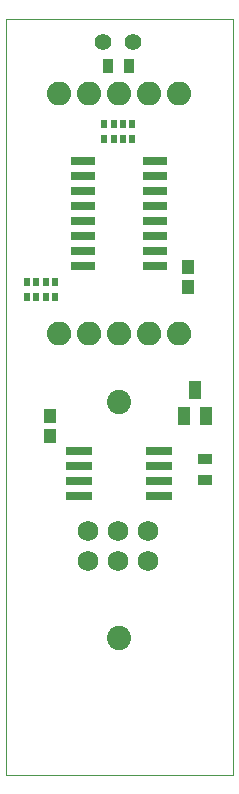
<source format=gbs>
G75*
%MOIN*%
%OFA0B0*%
%FSLAX25Y25*%
%IPPOS*%
%LPD*%
%AMOC8*
5,1,8,0,0,1.08239X$1,22.5*
%
%ADD10C,0.00000*%
%ADD11C,0.08077*%
%ADD12R,0.04337X0.04731*%
%ADD13C,0.05550*%
%ADD14C,0.00500*%
%ADD15R,0.08400X0.03000*%
%ADD16C,0.06800*%
%ADD17R,0.04337X0.05912*%
%ADD18R,0.02369X0.02959*%
%ADD19R,0.05124X0.03550*%
%ADD20R,0.03550X0.05124*%
%ADD21R,0.09100X0.02800*%
D10*
X0007386Y0001800D02*
X0007386Y0253769D01*
X0083173Y0253769D01*
X0083173Y0001800D01*
X0007386Y0001800D01*
D11*
X0045103Y0047351D03*
X0045103Y0126091D03*
D12*
X0068055Y0164398D03*
X0068055Y0171091D03*
X0022189Y0121446D03*
X0022189Y0114753D03*
D13*
X0039945Y0246328D03*
X0049945Y0246328D03*
D14*
X0045915Y0232586D02*
X0046602Y0232380D01*
X0047236Y0232043D01*
X0047792Y0231590D01*
X0048248Y0231036D01*
X0048588Y0230405D01*
X0048798Y0229719D01*
X0048871Y0229005D01*
X0048793Y0228293D01*
X0048578Y0227611D01*
X0048233Y0226984D01*
X0047773Y0226435D01*
X0047215Y0225988D01*
X0046580Y0225657D01*
X0045894Y0225457D01*
X0045181Y0225395D01*
X0044473Y0225458D01*
X0043791Y0225657D01*
X0043161Y0225986D01*
X0042607Y0226432D01*
X0042151Y0226977D01*
X0041810Y0227600D01*
X0041597Y0228278D01*
X0041521Y0228985D01*
X0041592Y0229702D01*
X0041802Y0230391D01*
X0042143Y0231026D01*
X0042601Y0231582D01*
X0043158Y0232038D01*
X0043794Y0232377D01*
X0044484Y0232585D01*
X0045201Y0232655D01*
X0045915Y0232586D01*
X0045660Y0232611D02*
X0044748Y0232611D01*
X0043297Y0232112D02*
X0047106Y0232112D01*
X0047762Y0231614D02*
X0042639Y0231614D01*
X0042217Y0231115D02*
X0048183Y0231115D01*
X0048474Y0230617D02*
X0041923Y0230617D01*
X0041719Y0230118D02*
X0048676Y0230118D01*
X0048808Y0229620D02*
X0041584Y0229620D01*
X0041534Y0229121D02*
X0048859Y0229121D01*
X0048829Y0228623D02*
X0041560Y0228623D01*
X0041645Y0228124D02*
X0048739Y0228124D01*
X0048582Y0227626D02*
X0041802Y0227626D01*
X0042069Y0227127D02*
X0048312Y0227127D01*
X0047935Y0226629D02*
X0042442Y0226629D01*
X0042982Y0226130D02*
X0047393Y0226130D01*
X0046492Y0225632D02*
X0043878Y0225632D01*
X0038578Y0227611D02*
X0038793Y0228293D01*
X0038871Y0229005D01*
X0038798Y0229719D01*
X0038588Y0230405D01*
X0038248Y0231036D01*
X0037792Y0231590D01*
X0037236Y0232043D01*
X0036602Y0232380D01*
X0035915Y0232586D01*
X0035201Y0232655D01*
X0034484Y0232585D01*
X0033794Y0232377D01*
X0033158Y0232038D01*
X0032601Y0231582D01*
X0032143Y0231026D01*
X0031802Y0230391D01*
X0031592Y0229702D01*
X0031521Y0228985D01*
X0031597Y0228278D01*
X0031810Y0227600D01*
X0032151Y0226977D01*
X0032607Y0226432D01*
X0033161Y0225986D01*
X0033791Y0225657D01*
X0034473Y0225458D01*
X0035181Y0225395D01*
X0035894Y0225457D01*
X0036580Y0225657D01*
X0037215Y0225988D01*
X0037773Y0226435D01*
X0038233Y0226984D01*
X0038578Y0227611D01*
X0038582Y0227626D02*
X0031802Y0227626D01*
X0031645Y0228124D02*
X0038739Y0228124D01*
X0038829Y0228623D02*
X0031560Y0228623D01*
X0031534Y0229121D02*
X0038859Y0229121D01*
X0038808Y0229620D02*
X0031584Y0229620D01*
X0031719Y0230118D02*
X0038676Y0230118D01*
X0038474Y0230617D02*
X0031923Y0230617D01*
X0032217Y0231115D02*
X0038183Y0231115D01*
X0037762Y0231614D02*
X0032639Y0231614D01*
X0033297Y0232112D02*
X0037106Y0232112D01*
X0035660Y0232611D02*
X0034748Y0232611D01*
X0032069Y0227127D02*
X0038312Y0227127D01*
X0037935Y0226629D02*
X0032442Y0226629D01*
X0032982Y0226130D02*
X0037393Y0226130D01*
X0036492Y0225632D02*
X0033878Y0225632D01*
X0028793Y0228293D02*
X0028871Y0229005D01*
X0028798Y0229719D01*
X0028588Y0230405D01*
X0028248Y0231036D01*
X0027792Y0231590D01*
X0027236Y0232043D01*
X0026602Y0232380D01*
X0025915Y0232586D01*
X0025201Y0232655D01*
X0024484Y0232585D01*
X0023794Y0232377D01*
X0023158Y0232038D01*
X0022601Y0231582D01*
X0022143Y0231026D01*
X0021802Y0230391D01*
X0021592Y0229702D01*
X0021521Y0228985D01*
X0021597Y0228278D01*
X0021810Y0227600D01*
X0022151Y0226977D01*
X0022607Y0226432D01*
X0023161Y0225986D01*
X0023791Y0225657D01*
X0024473Y0225458D01*
X0025181Y0225395D01*
X0025894Y0225457D01*
X0026580Y0225657D01*
X0027215Y0225988D01*
X0027773Y0226435D01*
X0028233Y0226984D01*
X0028578Y0227611D01*
X0028793Y0228293D01*
X0028739Y0228124D02*
X0021645Y0228124D01*
X0021560Y0228623D02*
X0028829Y0228623D01*
X0028859Y0229121D02*
X0021534Y0229121D01*
X0021584Y0229620D02*
X0028808Y0229620D01*
X0028676Y0230118D02*
X0021719Y0230118D01*
X0021923Y0230617D02*
X0028474Y0230617D01*
X0028183Y0231115D02*
X0022217Y0231115D01*
X0022639Y0231614D02*
X0027762Y0231614D01*
X0027106Y0232112D02*
X0023297Y0232112D01*
X0021802Y0227626D02*
X0028582Y0227626D01*
X0028312Y0227127D02*
X0022069Y0227127D01*
X0022442Y0226629D02*
X0027935Y0226629D01*
X0027393Y0226130D02*
X0022982Y0226130D01*
X0023878Y0225632D02*
X0026492Y0225632D01*
X0025660Y0232611D02*
X0024748Y0232611D01*
X0051592Y0229702D02*
X0051802Y0230391D01*
X0052143Y0231026D01*
X0052601Y0231582D01*
X0053158Y0232038D01*
X0053794Y0232377D01*
X0054484Y0232585D01*
X0055201Y0232655D01*
X0055915Y0232586D01*
X0056602Y0232380D01*
X0057236Y0232043D01*
X0057792Y0231590D01*
X0058248Y0231036D01*
X0058588Y0230405D01*
X0058798Y0229719D01*
X0058871Y0229005D01*
X0058793Y0228293D01*
X0058578Y0227611D01*
X0058233Y0226984D01*
X0057773Y0226435D01*
X0057215Y0225988D01*
X0056580Y0225657D01*
X0055894Y0225457D01*
X0055181Y0225395D01*
X0054473Y0225458D01*
X0053791Y0225657D01*
X0053161Y0225986D01*
X0052607Y0226432D01*
X0052151Y0226977D01*
X0051810Y0227600D01*
X0051597Y0228278D01*
X0051521Y0228985D01*
X0051592Y0229702D01*
X0051584Y0229620D02*
X0058808Y0229620D01*
X0058859Y0229121D02*
X0051534Y0229121D01*
X0051560Y0228623D02*
X0058829Y0228623D01*
X0058739Y0228124D02*
X0051645Y0228124D01*
X0051802Y0227626D02*
X0058582Y0227626D01*
X0058312Y0227127D02*
X0052069Y0227127D01*
X0052442Y0226629D02*
X0057935Y0226629D01*
X0057393Y0226130D02*
X0052982Y0226130D01*
X0053878Y0225632D02*
X0056492Y0225632D01*
X0058474Y0230617D02*
X0051923Y0230617D01*
X0051719Y0230118D02*
X0058676Y0230118D01*
X0058183Y0231115D02*
X0052217Y0231115D01*
X0052639Y0231614D02*
X0057762Y0231614D01*
X0057106Y0232112D02*
X0053297Y0232112D01*
X0054748Y0232611D02*
X0055660Y0232611D01*
X0061802Y0230391D02*
X0061592Y0229702D01*
X0061521Y0228985D01*
X0061597Y0228278D01*
X0061810Y0227600D01*
X0062151Y0226977D01*
X0062607Y0226432D01*
X0063161Y0225986D01*
X0063791Y0225657D01*
X0064473Y0225458D01*
X0065181Y0225395D01*
X0065894Y0225457D01*
X0066580Y0225657D01*
X0067215Y0225988D01*
X0067773Y0226435D01*
X0068233Y0226984D01*
X0068578Y0227611D01*
X0068793Y0228293D01*
X0068871Y0229005D01*
X0068798Y0229719D01*
X0068588Y0230405D01*
X0068248Y0231036D01*
X0067792Y0231590D01*
X0067236Y0232043D01*
X0066602Y0232380D01*
X0065915Y0232586D01*
X0065201Y0232655D01*
X0064484Y0232585D01*
X0063794Y0232377D01*
X0063158Y0232038D01*
X0062601Y0231582D01*
X0062143Y0231026D01*
X0061802Y0230391D01*
X0061923Y0230617D02*
X0068474Y0230617D01*
X0068676Y0230118D02*
X0061719Y0230118D01*
X0061584Y0229620D02*
X0068808Y0229620D01*
X0068859Y0229121D02*
X0061534Y0229121D01*
X0061560Y0228623D02*
X0068829Y0228623D01*
X0068739Y0228124D02*
X0061645Y0228124D01*
X0061802Y0227626D02*
X0068582Y0227626D01*
X0068312Y0227127D02*
X0062069Y0227127D01*
X0062442Y0226629D02*
X0067935Y0226629D01*
X0067393Y0226130D02*
X0062982Y0226130D01*
X0063878Y0225632D02*
X0066492Y0225632D01*
X0068183Y0231115D02*
X0062217Y0231115D01*
X0062639Y0231614D02*
X0067762Y0231614D01*
X0067106Y0232112D02*
X0063297Y0232112D01*
X0064748Y0232611D02*
X0065660Y0232611D01*
X0065201Y0152655D02*
X0064484Y0152585D01*
X0063794Y0152377D01*
X0063158Y0152038D01*
X0062601Y0151582D01*
X0062143Y0151026D01*
X0061802Y0150391D01*
X0061592Y0149702D01*
X0061521Y0148985D01*
X0061597Y0148278D01*
X0061810Y0147600D01*
X0062151Y0146977D01*
X0062607Y0146432D01*
X0063161Y0145986D01*
X0063791Y0145657D01*
X0064473Y0145458D01*
X0065181Y0145395D01*
X0065894Y0145457D01*
X0066580Y0145657D01*
X0067215Y0145988D01*
X0067773Y0146435D01*
X0068233Y0146984D01*
X0068578Y0147611D01*
X0068793Y0148293D01*
X0068871Y0149005D01*
X0068798Y0149719D01*
X0068588Y0150405D01*
X0068248Y0151036D01*
X0067792Y0151590D01*
X0067236Y0152043D01*
X0066602Y0152380D01*
X0065915Y0152586D01*
X0065201Y0152655D01*
X0063744Y0152350D02*
X0066658Y0152350D01*
X0067470Y0151852D02*
X0062931Y0151852D01*
X0062413Y0151353D02*
X0067987Y0151353D01*
X0068346Y0150855D02*
X0062051Y0150855D01*
X0061792Y0150356D02*
X0068603Y0150356D01*
X0068756Y0149858D02*
X0061640Y0149858D01*
X0061558Y0149359D02*
X0068835Y0149359D01*
X0068855Y0148861D02*
X0061534Y0148861D01*
X0061588Y0148362D02*
X0068800Y0148362D01*
X0068657Y0147864D02*
X0061727Y0147864D01*
X0061938Y0147365D02*
X0068443Y0147365D01*
X0068135Y0146867D02*
X0062243Y0146867D01*
X0062686Y0146368D02*
X0067690Y0146368D01*
X0066989Y0145870D02*
X0063384Y0145870D01*
X0058578Y0147611D02*
X0058793Y0148293D01*
X0058871Y0149005D01*
X0058798Y0149719D01*
X0058588Y0150405D01*
X0058248Y0151036D01*
X0057792Y0151590D01*
X0057236Y0152043D01*
X0056602Y0152380D01*
X0055915Y0152586D01*
X0055201Y0152655D01*
X0054484Y0152585D01*
X0053794Y0152377D01*
X0053158Y0152038D01*
X0052601Y0151582D01*
X0052143Y0151026D01*
X0051802Y0150391D01*
X0051592Y0149702D01*
X0051521Y0148985D01*
X0051597Y0148278D01*
X0051810Y0147600D01*
X0052151Y0146977D01*
X0052607Y0146432D01*
X0053161Y0145986D01*
X0053791Y0145657D01*
X0054473Y0145458D01*
X0055181Y0145395D01*
X0055894Y0145457D01*
X0056580Y0145657D01*
X0057215Y0145988D01*
X0057773Y0146435D01*
X0058233Y0146984D01*
X0058578Y0147611D01*
X0058657Y0147864D02*
X0051727Y0147864D01*
X0051588Y0148362D02*
X0058800Y0148362D01*
X0058855Y0148861D02*
X0051534Y0148861D01*
X0051558Y0149359D02*
X0058835Y0149359D01*
X0058756Y0149858D02*
X0051640Y0149858D01*
X0051792Y0150356D02*
X0058603Y0150356D01*
X0058346Y0150855D02*
X0052051Y0150855D01*
X0052413Y0151353D02*
X0057987Y0151353D01*
X0057470Y0151852D02*
X0052931Y0151852D01*
X0053744Y0152350D02*
X0056658Y0152350D01*
X0058443Y0147365D02*
X0051938Y0147365D01*
X0052243Y0146867D02*
X0058135Y0146867D01*
X0057690Y0146368D02*
X0052686Y0146368D01*
X0053384Y0145870D02*
X0056989Y0145870D01*
X0048793Y0148293D02*
X0048578Y0147611D01*
X0048233Y0146984D01*
X0047773Y0146435D01*
X0047215Y0145988D01*
X0046580Y0145657D01*
X0045894Y0145457D01*
X0045181Y0145395D01*
X0044473Y0145458D01*
X0043791Y0145657D01*
X0043161Y0145986D01*
X0042607Y0146432D01*
X0042151Y0146977D01*
X0041810Y0147600D01*
X0041597Y0148278D01*
X0041521Y0148985D01*
X0041592Y0149702D01*
X0041802Y0150391D01*
X0042143Y0151026D01*
X0042601Y0151582D01*
X0043158Y0152038D01*
X0043794Y0152377D01*
X0044484Y0152585D01*
X0045201Y0152655D01*
X0045915Y0152586D01*
X0046602Y0152380D01*
X0047236Y0152043D01*
X0047792Y0151590D01*
X0048248Y0151036D01*
X0048588Y0150405D01*
X0048798Y0149719D01*
X0048871Y0149005D01*
X0048793Y0148293D01*
X0048800Y0148362D02*
X0041588Y0148362D01*
X0041534Y0148861D02*
X0048855Y0148861D01*
X0048835Y0149359D02*
X0041558Y0149359D01*
X0041640Y0149858D02*
X0048756Y0149858D01*
X0048603Y0150356D02*
X0041792Y0150356D01*
X0042051Y0150855D02*
X0048346Y0150855D01*
X0047987Y0151353D02*
X0042413Y0151353D01*
X0042931Y0151852D02*
X0047470Y0151852D01*
X0046658Y0152350D02*
X0043744Y0152350D01*
X0041727Y0147864D02*
X0048657Y0147864D01*
X0048443Y0147365D02*
X0041938Y0147365D01*
X0042243Y0146867D02*
X0048135Y0146867D01*
X0047690Y0146368D02*
X0042686Y0146368D01*
X0043384Y0145870D02*
X0046989Y0145870D01*
X0038793Y0148293D02*
X0038578Y0147611D01*
X0038233Y0146984D01*
X0037773Y0146435D01*
X0037215Y0145988D01*
X0036580Y0145657D01*
X0035894Y0145457D01*
X0035181Y0145395D01*
X0034473Y0145458D01*
X0033791Y0145657D01*
X0033161Y0145986D01*
X0032607Y0146432D01*
X0032151Y0146977D01*
X0031810Y0147600D01*
X0031597Y0148278D01*
X0031521Y0148985D01*
X0031592Y0149702D01*
X0031802Y0150391D01*
X0032143Y0151026D01*
X0032601Y0151582D01*
X0033158Y0152038D01*
X0033794Y0152377D01*
X0034484Y0152585D01*
X0035201Y0152655D01*
X0035915Y0152586D01*
X0036602Y0152380D01*
X0037236Y0152043D01*
X0037792Y0151590D01*
X0038248Y0151036D01*
X0038588Y0150405D01*
X0038798Y0149719D01*
X0038871Y0149005D01*
X0038793Y0148293D01*
X0038800Y0148362D02*
X0031588Y0148362D01*
X0031534Y0148861D02*
X0038855Y0148861D01*
X0038835Y0149359D02*
X0031558Y0149359D01*
X0031640Y0149858D02*
X0038756Y0149858D01*
X0038603Y0150356D02*
X0031792Y0150356D01*
X0032051Y0150855D02*
X0038346Y0150855D01*
X0037987Y0151353D02*
X0032413Y0151353D01*
X0032931Y0151852D02*
X0037470Y0151852D01*
X0036658Y0152350D02*
X0033744Y0152350D01*
X0031727Y0147864D02*
X0038657Y0147864D01*
X0038443Y0147365D02*
X0031938Y0147365D01*
X0032243Y0146867D02*
X0038135Y0146867D01*
X0037690Y0146368D02*
X0032686Y0146368D01*
X0033384Y0145870D02*
X0036989Y0145870D01*
X0028793Y0148293D02*
X0028871Y0149005D01*
X0028798Y0149719D01*
X0028588Y0150405D01*
X0028248Y0151036D01*
X0027792Y0151590D01*
X0027236Y0152043D01*
X0026602Y0152380D01*
X0025915Y0152586D01*
X0025201Y0152655D01*
X0024484Y0152585D01*
X0023794Y0152377D01*
X0023158Y0152038D01*
X0022601Y0151582D01*
X0022143Y0151026D01*
X0021802Y0150391D01*
X0021592Y0149702D01*
X0021521Y0148985D01*
X0021597Y0148278D01*
X0021810Y0147600D01*
X0022151Y0146977D01*
X0022607Y0146432D01*
X0023161Y0145986D01*
X0023791Y0145657D01*
X0024473Y0145458D01*
X0025181Y0145395D01*
X0025894Y0145457D01*
X0026580Y0145657D01*
X0027215Y0145988D01*
X0027773Y0146435D01*
X0028233Y0146984D01*
X0028578Y0147611D01*
X0028793Y0148293D01*
X0028800Y0148362D02*
X0021588Y0148362D01*
X0021534Y0148861D02*
X0028855Y0148861D01*
X0028835Y0149359D02*
X0021558Y0149359D01*
X0021640Y0149858D02*
X0028756Y0149858D01*
X0028603Y0150356D02*
X0021792Y0150356D01*
X0022051Y0150855D02*
X0028346Y0150855D01*
X0027987Y0151353D02*
X0022413Y0151353D01*
X0022931Y0151852D02*
X0027470Y0151852D01*
X0026658Y0152350D02*
X0023744Y0152350D01*
X0021727Y0147864D02*
X0028657Y0147864D01*
X0028443Y0147365D02*
X0021938Y0147365D01*
X0022243Y0146867D02*
X0028135Y0146867D01*
X0027690Y0146368D02*
X0022686Y0146368D01*
X0023384Y0145870D02*
X0026989Y0145870D01*
D15*
X0033042Y0171387D03*
X0033042Y0176387D03*
X0033042Y0181387D03*
X0033042Y0186387D03*
X0033042Y0191387D03*
X0033042Y0196387D03*
X0033042Y0201387D03*
X0033042Y0206387D03*
X0057242Y0206387D03*
X0057242Y0201387D03*
X0057242Y0196387D03*
X0057242Y0191387D03*
X0057242Y0186387D03*
X0057242Y0181387D03*
X0057242Y0176387D03*
X0057242Y0171387D03*
D16*
X0054866Y0083020D03*
X0054866Y0073020D03*
X0044866Y0073020D03*
X0044866Y0083020D03*
X0034866Y0083020D03*
X0034866Y0073020D03*
D17*
X0066677Y0121406D03*
X0070418Y0130068D03*
X0074158Y0121406D03*
D18*
X0049630Y0213985D03*
X0049630Y0218906D03*
X0046480Y0218906D03*
X0046480Y0213985D03*
X0043331Y0213985D03*
X0043331Y0218906D03*
X0040181Y0218906D03*
X0040181Y0213985D03*
X0023882Y0166190D03*
X0023882Y0161269D03*
X0020732Y0161269D03*
X0020732Y0166190D03*
X0017583Y0166190D03*
X0017583Y0161269D03*
X0014433Y0161269D03*
X0014433Y0166190D03*
D19*
X0073961Y0107194D03*
X0073961Y0100107D03*
D20*
X0048488Y0238257D03*
X0041402Y0238257D03*
D21*
X0031863Y0109930D03*
X0031863Y0104930D03*
X0031863Y0099930D03*
X0031863Y0094930D03*
X0058363Y0094930D03*
X0058363Y0099930D03*
X0058363Y0104930D03*
X0058363Y0109930D03*
M02*

</source>
